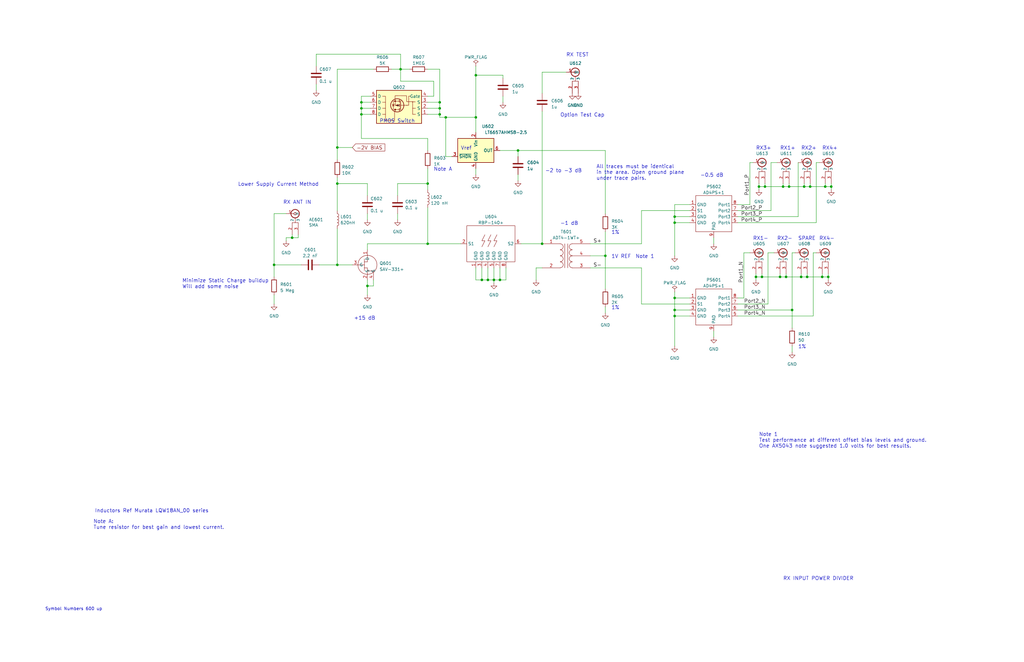
<source format=kicad_sch>
(kicad_sch (version 20230121) (generator eeschema)
  (paper "USLedger")
  (title_block (title "Radiation Tolerant PacSat Communication") (date "2023-06-17") (rev "A") (company "AMSAT-NA") (comment 1 "N5BRG"))
  (lib_symbols
    (symbol "Device:C" (pin_numbers hide) (pin_names (offset 0.254))
      (property "Reference" "C" (at 0.635 2.54 0))
      (property "Value" "C" (at 0.635 -2.54 0))
      (symbol "C_0_1"
        (polyline (pts (xy -2.032 -0.762) (xy 2.032 -0.762)) (stroke (width 0.508)))
        (polyline (pts (xy -2.032 0.762) (xy 2.032 0.762)) (stroke (width 0.508)))
      )
      (symbol "C_1_1"
        (pin passive line (at 0 3.81 270) (length 2.794) (name "~") (number "1"))
        (pin passive line (at 0 -3.81 90) (length 2.794) (name "~") (number "2"))
      )
    )
    (symbol "Device:L" (pin_numbers hide) (pin_names (offset 1.016) hide)
      (property "Reference" "L" (at -1.27 0 90))
      (property "Value" "L" (at 1.905 0 90))
      (symbol "L_0_1"
        (arc (start 0 -2.54) (mid 0.6323 -1.905) (end 0 -1.27))
        (arc (start 0 -1.27) (mid 0.6323 -0.635) (end 0 0))
        (arc (start 0 0) (mid 0.6323 0.635) (end 0 1.27))
        (arc (start 0 1.27) (mid 0.6323 1.905) (end 0 2.54))
      )
      (symbol "L_1_1"
        (pin passive line (at 0 3.81 270) (length 1.27) (name "1") (number "1"))
        (pin passive line (at 0 -3.81 90) (length 1.27) (name "2") (number "2"))
      )
    )
    (symbol "Device:R" (pin_numbers hide) (pin_names (offset 0))
      (property "Reference" "R" (at 2.032 0 90))
      (property "Value" "R" (at 0 0 90))
      (symbol "R_0_1"
        (rectangle (start -1.016 -2.54) (end 1.016 2.54) (stroke (width 0.254)))
      )
      (symbol "R_1_1"
        (pin passive line (at 0 3.81 270) (length 1.27) (name "~") (number "1"))
        (pin passive line (at 0 -3.81 90) (length 1.27) (name "~") (number "2"))
      )
    )
    (symbol "PACSAT_DEV_misc:TPS1100"
      (property "Reference" "Q?" (at 6.35 -8.89 0))
      (symbol "TPS1100_0_1"
        (rectangle (start -8.89 7.62) (end 10.16 -6.35) (stroke (width 0.254)) (fill (type background)))
        (polyline (pts (xy -2.54 0) (xy -3.4176 -0.012)))
        (polyline (pts (xy 0 0) (xy -2.794 0)))
        (polyline (pts (xy 0 1.905) (xy 0 -1.905)) (stroke (width 0.254)))
        (polyline (pts (xy 0.508 -1.27) (xy 0.508 -2.286)) (stroke (width 0.254)))
        (polyline (pts (xy 0.508 0.508) (xy 0.508 -0.508)) (stroke (width 0.254)))
        (polyline (pts (xy 0.508 2.286) (xy 0.508 1.27)) (stroke (width 0.254)))
        (polyline (pts (xy 2.286 2.54) (xy 2.286 1.778)))
        (polyline (pts (xy 6.35 -1.27) (xy 7.62 -1.27)))
        (polyline (pts (xy 6.35 1.27) (xy 7.62 1.27)))
        (polyline (pts (xy 6.35 3.81) (xy 7.62 3.81)))
        (polyline (pts (xy -5.08 -1.27) (xy -5.08 1.27) (xy -6.35 1.27)))
        (polyline (pts (xy -5.08 -1.27) (xy -5.0512 -1.5491) (xy -5.031 -1.448)))
        (polyline (pts (xy -5.08 1.27) (xy -5.08 3.81) (xy -6.35 3.81)))
        (polyline (pts (xy -4.9501 -1.4683) (xy -6.1836 -1.4683) (xy -6.1229 -1.3874)))
        (polyline (pts (xy -3.4162 -0.0461) (xy -3.4162 -3.8561) (xy -4.2419 -3.8037)))
        (polyline (pts (xy 2.286 -2.54) (xy 2.286 0) (xy 0.508 0)))
        (polyline (pts (xy 0.508 1.778) (xy 3.048 1.778) (xy 3.048 -1.778) (xy 0.508 -1.778)))
        (polyline (pts (xy 2.032 0) (xy 1.016 0.381) (xy 1.016 -0.381) (xy 2.032 0)) (fill (type outline)))
        (polyline (pts (xy 2.54 -0.508) (xy 2.667 -0.381) (xy 3.429 -0.381) (xy 3.556 -0.254)))
        (polyline (pts (xy 3.048 -0.381) (xy 2.667 0.254) (xy 3.429 0.254) (xy 3.048 -0.381)))
        (polyline (pts (xy 2.3285 -2.7575) (xy 2.3285 -4.0275) (xy -2.5549 -4.0212) (xy -2.5549 -1.5919) (xy -5.2915 -1.4875)))
        (polyline (pts (xy 2.54 2.54) (xy 2.54 6.35) (xy 6.35 6.35) (xy 6.35 -3.81) (xy 7.62 -3.81)))
        (circle (center 1.397 0) (radius 2.794) (stroke (width 0.254)))
        (circle (center 2.286 -1.778) (radius 0.254) (fill (type outline)))
        (circle (center 2.286 1.778) (radius 0.254) (fill (type outline)))
      )
      (symbol "TPS1100_1_1"
        (pin passive line (at -11.43 3.81 0) (length 2.54) (name "S") (number "1"))
        (pin passive line (at -11.43 1.27 0) (length 2.54) (name "S") (number "2"))
        (pin passive line (at -11.43 -1.27 0) (length 2.54) (name "S") (number "3"))
        (pin input line (at -11.43 -3.81 0) (length 2.54) (name "Gate") (number "4"))
        (pin passive line (at 12.7 -3.81 180) (length 2.54) (name "D") (number "5"))
        (pin passive line (at 12.7 -1.27 180) (length 2.54) (name "D") (number "6"))
        (pin passive line (at 12.7 1.27 180) (length 2.54) (name "D") (number "7"))
        (pin passive line (at 12.7 3.81 180) (length 2.54) (name "D") (number "8"))
      )
    )
    (symbol "PACSAT_DEV_misc:U_FL"
      (property "Reference" "U" (at -3.81 2.54 0))
      (symbol "U_FL_0_1"
        (polyline (pts (xy -1.27 -3.81) (xy 1.27 -3.81)))
        (polyline (pts (xy 0 -3.81) (xy 0 -1.778)))
        (circle (center 0 0) (radius 0.508) (stroke (width 0.2032)))
        (circle (center 0 0) (radius 1.778) (stroke (width 0.3048)))
      )
      (symbol "U_FL_1_1"
        (pin bidirectional line (at -3.81 0 0) (length 3.302) (name "In") (number "1"))
        (pin power_in line (at -1.27 -8.89 90) (length 5.08) (name "2") (number "2"))
        (pin power_in line (at 1.27 -8.89 90) (length 5.08) (name "3") (number "3"))
      )
    )
    (symbol "PACSAT_Minicircuits:AD4PS+1"
      (property "Reference" "PS602" (at 0 11.43 0))
      (property "Value" "AD4PS+1" (at 0 8.89 0))
      (symbol "AD4PS+1_0_1"
        (rectangle (start -7.62 7.62) (end 7.62 -7.62))
      )
      (symbol "AD4PS+1_1_1"
        (pin power_in line (at -10.16 3.81 0) (length 2.54) (name "GND") (number "1"))
        (pin input line (at -10.16 1.27 0) (length 2.54) (name "S1") (number "2"))
        (pin power_in line (at -10.16 -1.27 0) (length 2.54) (name "GND") (number "3"))
        (pin power_in line (at -10.16 -3.81 0) (length 2.54) (name "GND") (number "4"))
        (pin output line (at 10.16 -3.81 180) (length 2.54) (name "Port4") (number "5"))
        (pin output line (at 10.16 -1.27 180) (length 2.54) (name "Port3") (number "6"))
        (pin output line (at 10.16 1.27 180) (length 2.54) (name "Port2") (number "7"))
        (pin output line (at 10.16 3.81 180) (length 2.54) (name "Port1") (number "8"))
        (pin power_in line (at 0 -10.16 90) (length 2.54) (name "PAD") (number "9"))
      )
    )
    (symbol "PACSAT_Minicircuits:RBP-140+_1"
      (property "Reference" "U603" (at 10.16 5.08 0))
      (property "Value" "RBP-140+" (at 10.16 2.54 0))
      (symbol "RBP-140+_1_0_0"
        (polyline (pts (xy 6.35 -8.89) (xy 7.62 -6.35) (xy 6.35 -6.35) (xy 7.62 -3.81)))
        (polyline (pts (xy 8.89 -8.89) (xy 10.16 -6.35) (xy 8.89 -6.35) (xy 10.16 -3.81)))
        (polyline (pts (xy 11.43 -8.89) (xy 12.7 -6.35) (xy 11.43 -6.35) (xy 12.7 -3.81)))
      )
      (symbol "RBP-140+_1_0_1"
        (rectangle (start 0 0) (end 20.32 -15.24))
      )
      (symbol "RBP-140+_1_1_1"
        (pin power_in line (at 3.81 -17.78 90) (length 2.54) (name "GND") (number "1"))
        (pin input line (at -2.54 -7.62 0) (length 2.54) (name "S1") (number "2"))
        (pin power_in line (at 6.35 -17.78 90) (length 2.54) (name "GND") (number "3"))
        (pin power_in line (at 8.89 -17.78 90) (length 2.54) (name "GND") (number "4"))
        (pin power_in line (at 11.43 -17.78 90) (length 2.54) (name "GND") (number "5"))
        (pin output line (at 22.86 -7.62 180) (length 2.54) (name "S2") (number "6"))
        (pin power_in line (at 13.97 -17.78 90) (length 2.54) (name "GND") (number "7"))
        (pin power_in line (at 16.51 -17.78 90) (length 2.54) (name "GND") (number "8"))
      )
    )
    (symbol "PACSAT_Minicircuits:SAV-331+"
      (property "Reference" "U601" (at 5.08 0.635 0))
      (property "Value" "SAV-331+" (at 5.08 -1.905 0))
      (symbol "SAV-331+_0_1"
        (polyline (pts (xy -2.54 0) (xy -3.81 0)))
        (polyline (pts (xy -1.27 -1.27) (xy -1.27 -2.54)))
        (polyline (pts (xy -1.27 0) (xy -2.54 0)))
        (polyline (pts (xy -1.27 1.27) (xy -1.27 2.54)))
        (polyline (pts (xy 0 -2.54) (xy 0 -3.81)))
        (polyline (pts (xy 0 1.27) (xy 0 2.54)))
        (polyline (pts (xy 0 2.54) (xy 0 3.81)))
        (polyline (pts (xy -1.27 -1.27) (xy 0 -1.27) (xy 0 -2.54)))
        (polyline (pts (xy 0 -2.54) (xy 2.54 -2.54) (xy 2.54 -3.81)))
        (polyline (pts (xy -1.27 1.27) (xy -1.27 -1.27) (xy -1.27 1.27) (xy -1.27 0) (xy -1.27 1.27) (xy 0 1.27)))
        (circle (center 0 0) (radius 4.0161))
      )
      (symbol "SAV-331+_1_1"
        (pin input line (at 0 6.35 270) (length 2.54) (name "D") (number "1"))
        (pin input line (at 0 -6.35 90) (length 2.54) (name "S") (number "2"))
        (pin input line (at -6.35 0 0) (length 2.54) (name "G") (number "3"))
        (pin input line (at 2.54 -6.35 90) (length 2.54) (name "S") (number "4"))
      )
    )
    (symbol "PACSAT_Minicircuits:Transformer_1P_SS" (pin_names (offset 1.016) hide)
      (property "Reference" "T601" (at 0.0127 10.16 0))
      (property "Value" "ADT4-1WT" (at 0.0127 7.62 0))
      (symbol "Transformer_1P_SS_0_1"
        (arc (start -2.54 -5.0546) (mid -1.6599 -4.6901) (end -1.27 -3.81))
        (arc (start -2.54 -2.5146) (mid -1.6599 -2.1501) (end -1.27 -1.27))
        (arc (start -2.54 0.0254) (mid -1.6599 0.3899) (end -1.27 1.27))
        (arc (start -2.54 2.5654) (mid -1.6599 2.9299) (end -1.27 3.81))
        (arc (start -1.27 -3.81) (mid -1.642 -2.912) (end -2.54 -2.54))
        (arc (start -1.27 -1.27) (mid -1.642 -0.372) (end -2.54 0))
        (arc (start -1.27 1.27) (mid -1.642 2.168) (end -2.54 2.54))
        (arc (start -1.27 3.81) (mid -1.642 4.708) (end -2.54 5.08))
        (polyline (pts (xy -0.635 5.08) (xy -0.635 -5.08)))
        (polyline (pts (xy 0.635 -5.08) (xy 0.635 5.08)))
        (arc (start 1.2954 -1.27) (mid 1.6599 -2.1501) (end 2.54 -2.5146))
        (arc (start 1.2954 1.27) (mid 1.6599 0.3899) (end 2.54 0.0254))
        (arc (start 1.2954 3.81) (mid 1.6599 2.9299) (end 2.54 2.5654))
        (arc (start 1.3208 -3.81) (mid 1.6853 -4.6901) (end 2.5654 -5.0546))
        (arc (start 2.54 0) (mid 1.642 -0.372) (end 1.2954 -1.27))
        (arc (start 2.54 2.54) (mid 1.642 2.168) (end 1.2954 1.27))
        (arc (start 2.54 5.08) (mid 1.642 4.708) (end 1.2954 3.81))
        (arc (start 2.5654 -2.54) (mid 1.6674 -2.912) (end 1.3208 -3.81))
      )
      (symbol "Transformer_1P_SS_1_1"
        (pin passive line (at -10.16 5.08 0) (length 7.62) (name "AA") (number "1"))
        (pin passive line (at -10.16 -5.08 0) (length 7.62) (name "AB") (number "2"))
        (pin passive line (at 10.16 -5.08 180) (length 7.62) (name "SA") (number "3"))
        (pin passive line (at 10.16 0 180) (length 7.62) (name "SC") (number "4"))
        (pin passive line (at 10.16 5.08 180) (length 7.62) (name "SB") (number "5"))
        (pin no_connect line (at 0 -7.62 0) (length 2.54) hide (name "NC") (number "6"))
      )
    )
    (symbol "Reference_Voltage:LT6657AHMS8-2.5"
      (property "Reference" "U" (at -7.62 6.35 0))
      (property "Value" "LT6657AHMS8-2.5" (at 2.54 6.35 0))
      (symbol "LT6657AHMS8-2.5_0_1"
        (rectangle (start -7.62 5.08) (end 7.62 -5.08) (stroke (width 0.254)) (fill (type background)))
      )
      (symbol "LT6657AHMS8-2.5_1_1"
        (pin no_connect line (at 7.62 -2.54 180) (length 2.54) hide (name "DNC") (number "1"))
        (pin power_in line (at 0 7.62 270) (length 2.54) (name "Vin") (number "2"))
        (pin input line (at -10.16 -2.54 0) (length 2.54) (name "~{SHDN}") (number "3"))
        (pin power_in line (at 0 -7.62 90) (length 2.54) (name "GND") (number "4"))
        (pin no_connect line (at -7.62 0 0) (length 2.54) hide (name "DNC") (number "5"))
        (pin power_out line (at 10.16 0 180) (length 2.54) (name "OUT") (number "6"))
        (pin no_connect line (at -7.62 2.54 0) (length 2.54) hide (name "DNC") (number "7"))
        (pin no_connect line (at 7.62 2.54 180) (length 2.54) hide (name "DNC") (number "8"))
      )
    )
    (symbol "power:GND" (power) (pin_names (offset 0))
      (property "Value" "GND" (at 0 -3.81 0))
      (symbol "GND_0_1"
        (polyline (pts (xy 0 0) (xy 0 -1.27) (xy 1.27 -1.27) (xy 0 -2.54) (xy -1.27 -1.27) (xy 0 -1.27)))
      )
      (symbol "GND_1_1"
        (pin power_in line (at 0 0 270) (length 0) hide (name "GND") (number "1"))
      )
    )
    (symbol "power:PWR_FLAG" (power) (pin_numbers hide) (pin_names (offset 0) hide)
      (property "Value" "PWR_FLAG" (at 0 3.81 0))
      (symbol "PWR_FLAG_0_0"
        (pin power_out line (at 0 0 90) (length 0) (name "pwr") (number "1"))
      )
      (symbol "PWR_FLAG_0_1"
        (polyline (pts (xy 0 0) (xy 0 1.27) (xy -1.016 1.905) (xy 0 2.54) (xy 1.016 1.905) (xy 0 1.27)))
      )
    )
  )
  (junction (at 142.24 62.23))
  (junction (at 180.34 102.87))
  (junction (at 168.91 29.21))
  (junction (at 218.44 63.5))
  (junction (at 255.27 107.95))
  (junction (at 152.4 43.18))
  (junction (at 284.48 130.81))
  (junction (at 154.94 120.65))
  (junction (at 339.09 78.74))
  (junction (at 347.98 78.74))
  (junction (at 284.48 133.35))
  (junction (at 208.28 118.11))
  (junction (at 341.63 78.74))
  (junction (at 115.57 111.76))
  (junction (at 203.2 118.11))
  (junction (at 328.93 116.84))
  (junction (at 337.82 116.84))
  (junction (at 142.24 77.47))
  (junction (at 187.96 49.53))
  (junction (at 284.48 93.98))
  (junction (at 152.4 48.26))
  (junction (at 346.71 116.84))
  (junction (at 340.36 116.84))
  (junction (at 185.42 43.18))
  (junction (at 322.58 78.74))
  (junction (at 284.48 125.73))
  (junction (at 332.74 78.74))
  (junction (at 142.24 111.76))
  (junction (at 331.47 116.84))
  (junction (at 210.82 118.11))
  (junction (at 318.77 116.84))
  (junction (at 200.66 49.53))
  (junction (at 152.4 45.72))
  (junction (at 123.19 100.33))
  (junction (at 185.42 45.72))
  (junction (at 200.66 31.75))
  (junction (at 330.2 78.74))
  (junction (at 334.01 130.81))
  (junction (at 321.31 116.84))
  (junction (at 284.48 91.44))
  (junction (at 228.6 102.87))
  (junction (at 185.42 48.26))
  (junction (at 320.04 78.74))
  (junction (at 205.74 118.11))
  (junction (at 350.52 78.74))
  (junction (at 180.34 77.47))
  (junction (at 349.25 116.84))
  (wire (pts (xy 311.15 86.36) (xy 316.23 86.36)))
  (wire (pts (xy 168.91 34.29) (xy 168.91 29.21)))
  (wire (pts (xy 156.21 40.64) (xy 152.4 40.64)))
  (wire (pts (xy 270.51 102.87) (xy 270.51 88.9)))
  (wire (pts (xy 284.48 130.81) (xy 284.48 133.35)))
  (wire (pts (xy 344.17 68.58) (xy 344.17 93.98)))
  (wire (pts (xy 270.51 128.27) (xy 290.83 128.27)))
  (wire (pts (xy 316.23 68.58) (xy 316.23 86.36)))
  (wire (pts (xy 213.36 118.11) (xy 210.82 118.11)))
  (wire (pts (xy 218.44 73.66) (xy 218.44 76.2)))
  (wire (pts (xy 341.63 78.74) (xy 347.98 78.74)))
  (wire (pts (xy 200.66 71.12) (xy 200.66 73.66)))
  (wire (pts (xy 248.92 102.87) (xy 270.51 102.87)))
  (wire (pts (xy 318.77 115.57) (xy 318.77 116.84)))
  (wire (pts (xy 200.66 27.94) (xy 200.66 31.75)))
  (wire (pts (xy 284.48 93.98) (xy 284.48 107.95)))
  (wire (pts (xy 330.2 78.74) (xy 332.74 78.74)))
  (wire (pts (xy 180.34 43.18) (xy 185.42 43.18)))
  (wire (pts (xy 205.74 118.11) (xy 208.28 118.11)))
  (wire (pts (xy 340.36 116.84) (xy 346.71 116.84)))
  (wire (pts (xy 168.91 29.21) (xy 172.72 29.21)))
  (wire (pts (xy 185.42 45.72) (xy 185.42 43.18)))
  (wire (pts (xy 200.66 31.75) (xy 212.09 31.75)))
  (wire (pts (xy 115.57 90.17) (xy 115.57 111.76)))
  (wire (pts (xy 313.69 106.68) (xy 316.23 106.68)))
  (wire (pts (xy 255.27 63.5) (xy 255.27 90.17)))
  (wire (pts (xy 317.5 68.58) (xy 316.23 68.58)))
  (wire (pts (xy 284.48 133.35) (xy 290.83 133.35)))
  (wire (pts (xy 180.34 77.47) (xy 180.34 80.01)))
  (wire (pts (xy 168.91 34.29) (xy 182.88 34.29)))
  (wire (pts (xy 152.4 48.26) (xy 156.21 48.26)))
  (wire (pts (xy 120.65 100.33) (xy 120.65 101.6)))
  (wire (pts (xy 203.2 118.11) (xy 200.66 118.11)))
  (wire (pts (xy 180.34 48.26) (xy 185.42 48.26)))
  (wire (pts (xy 180.34 45.72) (xy 185.42 45.72)))
  (wire (pts (xy 300.99 139.7) (xy 300.99 142.24)))
  (wire (pts (xy 152.4 40.64) (xy 152.4 43.18)))
  (wire (pts (xy 115.57 111.76) (xy 127 111.76)))
  (wire (pts (xy 167.64 82.55) (xy 167.64 77.47)))
  (wire (pts (xy 341.63 77.47) (xy 341.63 78.74)))
  (wire (pts (xy 187.96 49.53) (xy 187.96 66.04)))
  (wire (pts (xy 182.88 40.64) (xy 182.88 34.29)))
  (wire (pts (xy 228.6 46.99) (xy 228.6 102.87)))
  (wire (pts (xy 142.24 77.47) (xy 154.94 77.47)))
  (wire (pts (xy 284.48 91.44) (xy 290.83 91.44)))
  (wire (pts (xy 290.83 86.36) (xy 284.48 86.36)))
  (wire (pts (xy 323.85 106.68) (xy 323.85 128.27)))
  (wire (pts (xy 311.15 125.73) (xy 313.69 125.73)))
  (wire (pts (xy 210.82 113.03) (xy 210.82 118.11)))
  (wire (pts (xy 208.28 113.03) (xy 208.28 118.11)))
  (wire (pts (xy 255.27 63.5) (xy 218.44 63.5)))
  (wire (pts (xy 167.64 77.47) (xy 180.34 77.47)))
  (wire (pts (xy 125.73 99.06) (xy 125.73 100.33)))
  (wire (pts (xy 255.27 97.79) (xy 255.27 107.95)))
  (wire (pts (xy 133.35 22.86) (xy 133.35 27.94)))
  (wire (pts (xy 142.24 62.23) (xy 142.24 67.31)))
  (wire (pts (xy 318.77 116.84) (xy 318.77 118.11)))
  (wire (pts (xy 142.24 29.21) (xy 142.24 62.23)))
  (wire (pts (xy 203.2 113.03) (xy 203.2 118.11)))
  (wire (pts (xy 350.52 78.74) (xy 350.52 77.47)))
  (wire (pts (xy 123.19 99.06) (xy 123.19 100.33)))
  (wire (pts (xy 320.04 78.74) (xy 320.04 80.01)))
  (wire (pts (xy 311.15 130.81) (xy 334.01 130.81)))
  (wire (pts (xy 311.15 133.35) (xy 342.9 133.35)))
  (wire (pts (xy 284.48 93.98) (xy 290.83 93.98)))
  (wire (pts (xy 226.06 113.03) (xy 228.6 113.03)))
  (wire (pts (xy 340.36 115.57) (xy 340.36 116.84)))
  (wire (pts (xy 142.24 77.47) (xy 142.24 88.9)))
  (wire (pts (xy 154.94 118.11) (xy 154.94 120.65)))
  (wire (pts (xy 200.66 55.88) (xy 200.66 49.53)))
  (wire (pts (xy 255.27 129.54) (xy 255.27 132.08)))
  (wire (pts (xy 142.24 77.47) (xy 142.24 74.93)))
  (wire (pts (xy 218.44 66.04) (xy 218.44 63.5)))
  (wire (pts (xy 154.94 102.87) (xy 154.94 105.41)))
  (wire (pts (xy 226.06 118.11) (xy 226.06 113.03)))
  (wire (pts (xy 142.24 96.52) (xy 142.24 111.76)))
  (wire (pts (xy 339.09 77.47) (xy 339.09 78.74)))
  (wire (pts (xy 325.12 68.58) (xy 325.12 88.9)))
  (wire (pts (xy 284.48 123.19) (xy 284.48 125.73)))
  (wire (pts (xy 311.15 88.9) (xy 325.12 88.9)))
  (wire (pts (xy 334.01 146.05) (xy 334.01 148.59)))
  (wire (pts (xy 168.91 22.86) (xy 168.91 29.21)))
  (wire (pts (xy 337.82 115.57) (xy 337.82 116.84)))
  (wire (pts (xy 157.48 118.11) (xy 157.48 120.65)))
  (wire (pts (xy 228.6 30.48) (xy 228.6 39.37)))
  (wire (pts (xy 190.5 66.04) (xy 187.96 66.04)))
  (wire (pts (xy 152.4 43.18) (xy 152.4 45.72)))
  (wire (pts (xy 290.83 125.73) (xy 284.48 125.73)))
  (wire (pts (xy 210.82 118.11) (xy 208.28 118.11)))
  (wire (pts (xy 347.98 77.47) (xy 347.98 78.74)))
  (wire (pts (xy 331.47 115.57) (xy 331.47 116.84)))
  (wire (pts (xy 120.65 100.33) (xy 123.19 100.33)))
  (wire (pts (xy 321.31 116.84) (xy 328.93 116.84)))
  (wire (pts (xy 322.58 77.47) (xy 322.58 78.74)))
  (wire (pts (xy 123.19 100.33) (xy 125.73 100.33)))
  (wire (pts (xy 345.44 68.58) (xy 344.17 68.58)))
  (wire (pts (xy 180.34 58.42) (xy 180.34 63.5)))
  (wire (pts (xy 180.34 87.63) (xy 180.34 102.87)))
  (wire (pts (xy 284.48 133.35) (xy 284.48 146.05)))
  (wire (pts (xy 212.09 40.64) (xy 212.09 43.18)))
  (wire (pts (xy 167.64 90.17) (xy 167.64 92.71)))
  (wire (pts (xy 313.69 106.68) (xy 313.69 125.73)))
  (wire (pts (xy 120.65 90.17) (xy 115.57 90.17)))
  (wire (pts (xy 134.62 111.76) (xy 142.24 111.76)))
  (wire (pts (xy 180.34 29.21) (xy 185.42 29.21)))
  (wire (pts (xy 228.6 30.48) (xy 238.76 30.48)))
  (wire (pts (xy 331.47 116.84) (xy 337.82 116.84)))
  (wire (pts (xy 328.93 116.84) (xy 331.47 116.84)))
  (wire (pts (xy 270.51 113.03) (xy 270.51 128.27)))
  (wire (pts (xy 154.94 120.65) (xy 157.48 120.65)))
  (wire (pts (xy 347.98 78.74) (xy 350.52 78.74)))
  (wire (pts (xy 284.48 130.81) (xy 290.83 130.81)))
  (wire (pts (xy 334.01 130.81) (xy 334.01 138.43)))
  (wire (pts (xy 270.51 88.9) (xy 290.83 88.9)))
  (wire (pts (xy 248.92 107.95) (xy 255.27 107.95)))
  (wire (pts (xy 334.01 130.81) (xy 334.01 106.68)))
  (wire (pts (xy 200.66 118.11) (xy 200.66 113.03)))
  (wire (pts (xy 349.25 116.84) (xy 349.25 118.11)))
  (wire (pts (xy 349.25 116.84) (xy 349.25 115.57)))
  (wire (pts (xy 185.42 48.26) (xy 185.42 49.53)))
  (wire (pts (xy 185.42 49.53) (xy 187.96 49.53)))
  (wire (pts (xy 335.28 106.68) (xy 334.01 106.68)))
  (wire (pts (xy 332.74 78.74) (xy 339.09 78.74)))
  (wire (pts (xy 154.94 102.87) (xy 180.34 102.87)))
  (wire (pts (xy 115.57 111.76) (xy 115.57 116.84)))
  (wire (pts (xy 152.4 58.42) (xy 180.34 58.42)))
  (wire (pts (xy 185.42 45.72) (xy 185.42 48.26)))
  (wire (pts (xy 336.55 91.44) (xy 336.55 68.58)))
  (wire (pts (xy 284.48 91.44) (xy 284.48 93.98)))
  (wire (pts (xy 142.24 62.23) (xy 148.59 62.23)))
  (wire (pts (xy 342.9 106.68) (xy 342.9 133.35)))
  (wire (pts (xy 203.2 118.11) (xy 205.74 118.11)))
  (wire (pts (xy 311.15 93.98) (xy 344.17 93.98)))
  (wire (pts (xy 344.17 106.68) (xy 342.9 106.68)))
  (wire (pts (xy 154.94 77.47) (xy 154.94 82.55)))
  (wire (pts (xy 208.28 118.11) (xy 208.28 119.38)))
  (wire (pts (xy 200.66 31.75) (xy 200.66 49.53)))
  (wire (pts (xy 346.71 115.57) (xy 346.71 116.84)))
  (wire (pts (xy 212.09 33.02) (xy 212.09 31.75)))
  (wire (pts (xy 337.82 116.84) (xy 340.36 116.84)))
  (wire (pts (xy 152.4 45.72) (xy 152.4 48.26)))
  (wire (pts (xy 219.71 102.87) (xy 228.6 102.87)))
  (wire (pts (xy 330.2 77.47) (xy 330.2 78.74)))
  (wire (pts (xy 300.99 100.33) (xy 300.99 102.87)))
  (wire (pts (xy 115.57 124.46) (xy 115.57 128.27)))
  (wire (pts (xy 154.94 90.17) (xy 154.94 92.71)))
  (wire (pts (xy 133.35 35.56) (xy 133.35 38.1)))
  (wire (pts (xy 311.15 128.27) (xy 323.85 128.27)))
  (wire (pts (xy 152.4 43.18) (xy 156.21 43.18)))
  (wire (pts (xy 133.35 22.86) (xy 168.91 22.86)))
  (wire (pts (xy 248.92 113.03) (xy 270.51 113.03)))
  (wire (pts (xy 213.36 113.03) (xy 213.36 118.11)))
  (wire (pts (xy 255.27 107.95) (xy 255.27 121.92)))
  (wire (pts (xy 332.74 77.47) (xy 332.74 78.74)))
  (wire (pts (xy 185.42 29.21) (xy 185.42 43.18)))
  (wire (pts (xy 180.34 102.87) (xy 194.31 102.87)))
  (wire (pts (xy 322.58 78.74) (xy 330.2 78.74)))
  (wire (pts (xy 210.82 63.5) (xy 218.44 63.5)))
  (wire (pts (xy 284.48 125.73) (xy 284.48 130.81)))
  (wire (pts (xy 154.94 120.65) (xy 154.94 124.46)))
  (wire (pts (xy 311.15 91.44) (xy 336.55 91.44)))
  (wire (pts (xy 320.04 78.74) (xy 322.58 78.74)))
  (wire (pts (xy 152.4 45.72) (xy 156.21 45.72)))
  (wire (pts (xy 320.04 77.47) (xy 320.04 78.74)))
  (wire (pts (xy 318.77 116.84) (xy 321.31 116.84)))
  (wire (pts (xy 321.31 115.57) (xy 321.31 116.84)))
  (wire (pts (xy 284.48 86.36) (xy 284.48 91.44)))
  (wire (pts (xy 142.24 111.76) (xy 148.59 111.76)))
  (wire (pts (xy 180.34 71.12) (xy 180.34 77.47)))
  (wire (pts (xy 327.66 68.58) (xy 325.12 68.58)))
  (wire (pts (xy 328.93 115.57) (xy 328.93 116.84)))
  (wire (pts (xy 346.71 116.84) (xy 349.25 116.84)))
  (wire (pts (xy 152.4 48.26) (xy 152.4 58.42)))
  (wire (pts (xy 180.34 40.64) (xy 182.88 40.64)))
  (wire (pts (xy 187.96 49.53) (xy 200.66 49.53)))
  (wire (pts (xy 205.74 113.03) (xy 205.74 118.11)))
  (wire (pts (xy 350.52 78.74) (xy 350.52 80.01)))
  (wire (pts (xy 142.24 29.21) (xy 157.48 29.21)))
  (wire (pts (xy 326.39 106.68) (xy 323.85 106.68)))
  (wire (pts (xy 339.09 78.74) (xy 341.63 78.74)))
  (wire (pts (xy 165.1 29.21) (xy 168.91 29.21)))
  (text "RX ANT IN" (at 119.38 86.36 0) (effects (font (size 1.524 1.524)) (justify left bottom)))
  (text "Vref" (at 194.31 63.5 0) (effects (font (size 1.524 1.524)) (justify left bottom)))
  (text "-0.5 dB" (at 295.275 74.93 0) (effects (font (size 1.524 1.524)) (justify left bottom)))
  (text "Note 1\nTest performance at different offset bias levels and ground.\nOne AX5043 note suggested 1.0 volts for best results." (at 320.04 189.23 0) (effects (font (size 1.524 1.524)) (justify left bottom)))
  (text "RX4-" (at 345.44 101.6 0) (effects (font (size 1.524 1.524)) (justify left bottom)))
  (text "Lower Supply Current Method" (at 100.33 78.74 0) (effects (font (size 1.524 1.524)) (justify left bottom)))
  (text "All traces must be identical\nin the area. Open ground plane \nunder trace pairs." (at 251.46 76.2 0) (effects (font (size 1.524 1.524)) (justify left bottom)))
  (text "RX3+" (at 318.77 63.5 0) (effects (font (size 1.524 1.524)) (justify left bottom)))
  (text "Note A" (at 182.88 72.39 0) (effects (font (size 1.524 1.524)) (justify left bottom)))
  (text "1%" (at 336.55 147.32 0) (effects (font (size 1.524 1.524)) (justify left bottom)))
  (text "1%" (at 257.81 130.81 0) (effects (font (size 1.524 1.524)) (justify left bottom)))
  (text "Note A:\nTune resistor for best gain and lowest current." (at 39.37 223.52 0) (effects (font (size 1.524 1.524)) (justify left bottom)))
  (text "Option Test Cap" (at 236.22 49.53 0) (effects (font (size 1.524 1.524)) (justify left bottom)))
  (text "PMOS Switch" (at 160.02 52.07 0) (effects (font (size 1.524 1.524)) (justify left bottom)))
  (text "RX2+" (at 337.82 63.5 0) (effects (font (size 1.524 1.524)) (justify left bottom)))
  (text "RX1+" (at 328.93 63.5 0) (effects (font (size 1.524 1.524)) (justify left bottom)))
  (text "SPARE" (at 336.55 101.6 0) (effects (font (size 1.524 1.524)) (justify left bottom)))
  (text "RX4+" (at 346.71 63.5 0) (effects (font (size 1.524 1.524)) (justify left bottom)))
  (text "RX1-" (at 317.5 101.6 0) (effects (font (size 1.524 1.524)) (justify left bottom)))
  (text "Minimize Static Charge buildup\nWill add some noise" (at 76.835 121.92 0) (effects (font (size 1.524 1.524)) (justify left bottom)))
  (text "-1 dB" (at 236.22 95.25 0) (effects (font (size 1.524 1.524)) (justify left bottom)))
  (text "RX INPUT POWER DIVIDER" (at 330.2 245.11 0) (effects (font (size 1.524 1.524)) (justify left bottom)))
  (text "+15 dB" (at 149.225 135.255 0) (effects (font (size 1.524 1.524)) (justify left bottom)))
  (text "RX2-" (at 327.66 101.6 0) (effects (font (size 1.524 1.524)) (justify left bottom)))
  (text "Note 1" (at 267.97 109.22 0) (effects (font (size 1.524 1.524)) (justify left bottom)))
  (text "-2 to -3 dB" (at 229.87 73.025 0) (effects (font (size 1.524 1.524)) (justify left bottom)))
  (text "1%" (at 257.81 99.06 0) (effects (font (size 1.524 1.524)) (justify left bottom)))
  (text "Symbol Numbers 600 up" (at 19.05 257.81 0) (effects (font (size 1.27 1.27)) (justify left bottom)))
  (text "RX TEST" (at 238.76 24.13 0) (effects (font (size 1.524 1.524)) (justify left bottom)))
  (text "1V REF" (at 257.81 109.22 0) (effects (font (size 1.524 1.524)) (justify left bottom)))
  (text "Inductors Ref Murata LQW18AN_00 series" (at 40.005 216.535 0) (effects (font (size 1.524 1.524)) (justify left bottom)))
  (label "S+" (at 250.19 102.87 0) (effects (font (size 1.524 1.524))))
  (label "S-" (at 250.19 113.03 0) (effects (font (size 1.524 1.524))))
  (label "Port2_N" (at 313.69 128.27 0) (effects (font (size 1.524 1.524))))
  (label "Port3_N" (at 313.69 130.81 0) (effects (font (size 1.524 1.524))))
  (label "Port1_N" (at 313.69 119.38 90) (effects (font (size 1.524 1.524))))
  (label "Port3_P" (at 312.42 91.44 0) (effects (font (size 1.524 1.524))))
  (label "Port2_P" (at 312.42 88.9 0) (effects (font (size 1.524 1.524))))
  (label "Port4_P" (at 312.42 93.98 0) (effects (font (size 1.524 1.524))))
  (label "Port1_P" (at 316.23 82.55 90) (effects (font (size 1.524 1.524))))
  (label "Port4_N" (at 313.69 133.35 0) (effects (font (size 1.524 1.524))))
  (global_label "-2V BIAS" (shape input) (at 148.59 62.23 0) (effects (font (size 1.524 1.524))) (property "Intersheetrefs" "${INTERSHEET_REFS}" (effects hide)))
  (symbol (lib_id "Device:R") (at 334.01 142.24 0) (unit 1)
    (property "Reference" "R610" (at 336.55 140.97 0) (effects (justify left)))
    (property "Value" "50" (at 336.55 143.51 0) (effects (justify left)))
    (property "Footprint" "Resistor_SMD:R_0603_1608Metric_Pad0.98x0.95mm_HandSolder" (effects hide))
  )
  (symbol (lib_id "power:GND") (at 133.35 38.1 0) (unit 1)
    (property "Reference" "#PWR0192" (effects hide))
    (property "Value" "GND" (at 133.35 43.18 0))
  )
  (symbol (lib_id "power:GND") (at 334.01 148.59 0) (unit 1)
    (property "Reference" "#PWR0621" (effects hide))
    (property "Value" "GND" (at 334.01 153.67 0))
  )
  (symbol (lib_id "power:GND") (at 120.65 101.6 0) (unit 1)
    (property "Reference" "#PWR0605" (effects hide))
    (property "Value" "GND" (at 120.65 106.68 0))
  )
  (symbol (lib_id "power:GND") (at 154.94 92.71 0) (unit 1)
    (property "Reference" "#PWR0603" (effects hide))
    (property "Value" "GND" (at 154.94 97.79 0))
  )
  (symbol (lib_id "Device:R") (at 161.29 29.21 90) (mirror x) (unit 1)
    (property "Reference" "R606" (at 161.29 24.13 90))
    (property "Value" "5K" (at 161.29 26.67 90))
    (property "Footprint" "Resistor_SMD:R_0603_1608Metric_Pad0.98x0.95mm_HandSolder" (effects hide))
  )
  (symbol (lib_id "power:GND") (at 320.04 80.01 0) (unit 1)
    (property "Reference" "#PWR0614" (effects hide))
    (property "Value" "GND" (at 320.04 85.09 0))
  )
  (symbol (lib_id "power:GND") (at 167.64 92.71 0) (unit 1)
    (property "Reference" "#PWR0604" (effects hide))
    (property "Value" "GND" (at 167.64 97.79 0))
  )
  (symbol (lib_id "Device:R") (at 176.53 29.21 90) (mirror x) (unit 1)
    (property "Reference" "R607" (at 176.53 24.13 90))
    (property "Value" "1MEG" (at 176.53 26.67 90))
    (property "Footprint" "Resistor_SMD:R_0603_1608Metric_Pad0.98x0.95mm_HandSolder" (effects hide))
  )
  (symbol (lib_id "power:GND") (at 300.99 102.87 0) (unit 1)
    (property "Reference" "#PWR0726" (effects hide))
    (property "Value" "GND" (at 300.99 107.95 0))
  )
  (symbol (lib_id "PACSAT_Minicircuits:AD4PS+1") (at 300.99 90.17 0) (unit 1)
    (property "Reference" "PS602" (at 300.99 78.74 0))
    (property "Value" "AD4PS+1" (at 300.99 81.28 0))
    (property "Footprint" "PacSatDev_MiniCircuits:CJ725" (effects hide))
  )
  (symbol (lib_id "Device:C") (at 228.6 43.18 0) (unit 1)
    (property "Reference" "C606" (at 232.41 42.545 0) (effects (justify left)))
    (property "Value" "1u" (at 232.41 45.085 0) (effects (justify left)))
    (property "Footprint" "Capacitor_SMD:C_0603_1608Metric_Pad1.08x0.95mm_HandSolder" (effects hide))
  )
  (symbol (lib_id "PACSAT_DEV_misc:U_FL") (at 340.36 68.58 0) (unit 1)
    (property "Reference" "U606" (at 337.82 64.77 0) (effects (justify left)))
    (property "Value" "~" (at 340.36 68.58 0))
    (property "Footprint" "PacSatDev_misc:U_FL" (effects hide))
  )
  (symbol (lib_id "power:GND") (at 212.09 43.18 0) (unit 1)
    (property "Reference" "#PWR0191" (effects hide))
    (property "Value" "GND" (at 212.09 48.26 0))
  )
  (symbol (lib_id "power:GND") (at 115.57 128.27 0) (unit 1)
    (property "Reference" "#PWR0601" (effects hide))
    (property "Value" "GND" (at 115.57 133.35 0))
  )
  (symbol (lib_id "PACSAT_DEV_misc:U_FL") (at 124.46 90.17 0) (unit 1)
    (property "Reference" "AE601" (at 130.2258 92.6846 0) (effects (justify left)))
    (property "Value" "SMA" (at 130.2258 94.996 0) (effects (justify left)))
    (property "Footprint" "PacSatDev_misc:U_FL" (effects hide))
  )
  (symbol (lib_id "Reference_Voltage:LT6657AHMS8-2.5") (at 200.66 63.5 0) (unit 1)
    (property "Reference" "U602" (at 205.74 53.34 0))
    (property "Value" "LT6657AHMS8-2.5" (at 213.36 55.88 0))
    (property "Footprint" "Package_SO:MSOP-8_3x3mm_P0.65mm" (effects hide))
    (property "Datasheet" "https://www.analog.com/media/en/technical-documentation/data-sheets/6657fd.pdf" (effects hide))
  )
  (symbol (lib_id "power:GND") (at 241.3 39.37 0) (unit 1)
    (property "Reference" "#PWR0729" (effects hide))
    (property "Value" "GND" (at 241.3 44.45 0))
  )
  (symbol (lib_id "PACSAT_Minicircuits:Transformer_1P_SS") (at 238.76 107.95 0) (unit 1)
    (property "Reference" "T601" (at 238.7727 97.79 0))
    (property "Value" "ADT4-1WT+" (at 238.7727 100.33 0))
    (property "Footprint" "RF_Mini-Circuits:Mini-Circuits_CD542_H2.84mm" (effects hide))
  )
  (symbol (lib_id "PACSAT_Minicircuits:SAV-331+") (at 154.94 111.76 0) (unit 1)
    (property "Reference" "Q601" (at 160.02 111.125 0) (effects (justify left)))
    (property "Value" "SAV-331+" (at 160.02 113.665 0) (effects (justify left)))
    (property "Footprint" "PacSatDev_misc:TB-471" (effects hide))
  )
  (symbol (lib_id "power:GND") (at 208.28 119.38 0) (unit 1)
    (property "Reference" "#PWR0607" (effects hide))
    (property "Value" "GND" (at 208.28 124.46 0))
  )
  (symbol (lib_id "PACSAT_DEV_misc:U_FL") (at 330.2 106.68 0) (unit 1)
    (property "Reference" "U607" (at 327.66 102.87 0) (effects (justify left)))
    (property "Value" "~" (at 330.2 106.68 0))
    (property "Footprint" "PacSatDev_misc:U_FL" (effects hide))
  )
  (symbol (lib_id "Device:C") (at 133.35 31.75 0) (unit 1)
    (property "Reference" "C607" (at 134.62 29.21 0) (effects (justify left)))
    (property "Value" "0.1 u" (at 134.62 34.29 0) (effects (justify left)))
    (property "Footprint" "Capacitor_SMD:C_0603_1608Metric_Pad1.08x0.95mm_HandSolder" (effects hide))
  )
  (symbol (lib_id "Device:L") (at 142.24 92.71 0) (unit 1)
    (property "Reference" "L601" (at 143.51 91.44 0) (effects (justify left)))
    (property "Value" "620nH" (at 143.51 93.98 0) (effects (justify left)))
    (property "Footprint" "PacSatDev_misc:L_Murata_LQH2MCNxxxx02_2.0x1.6mm" (effects hide))
  )
  (symbol (lib_id "power:GND") (at 255.27 132.08 0) (unit 1)
    (property "Reference" "#PWR0610" (effects hide))
    (property "Value" "GND" (at 255.27 137.16 0))
  )
  (symbol (lib_id "power:GND") (at 349.25 118.11 0) (unit 1)
    (property "Reference" "#PWR0615" (effects hide))
    (property "Value" "GND" (at 349.25 123.19 0))
  )
  (symbol (lib_id "Device:R") (at 115.57 120.65 0) (unit 1)
    (property "Reference" "R601" (at 118.11 120.015 0) (effects (justify left)))
    (property "Value" "5 Meg" (at 118.11 122.555 0) (effects (justify left)))
    (property "Footprint" "Resistor_SMD:R_0603_1608Metric_Pad0.98x0.95mm_HandSolder" (effects hide))
  )
  (symbol (lib_id "Device:R") (at 255.27 93.98 0) (unit 1)
    (property "Reference" "R604" (at 257.81 93.345 0) (effects (justify left)))
    (property "Value" "3K" (at 257.81 95.885 0) (effects (justify left)))
    (property "Footprint" "Resistor_SMD:R_0603_1608Metric_Pad0.98x0.95mm_HandSolder" (effects hide))
  )
  (symbol (lib_id "PACSAT_Minicircuits:AD4PS+1") (at 300.99 129.54 0) (unit 1)
    (property "Reference" "PS601" (at 300.99 118.11 0))
    (property "Value" "AD4PS+1" (at 300.99 120.65 0))
    (property "Footprint" "PacSatDev_MiniCircuits:CJ725" (effects hide))
  )
  (symbol (lib_id "power:GND") (at 284.48 146.05 0) (unit 1)
    (property "Reference" "#PWR0612" (effects hide))
    (property "Value" "GND" (at 284.48 151.13 0))
  )
  (symbol (lib_id "PACSAT_DEV_misc:U_FL") (at 242.57 30.48 0) (unit 1)
    (property "Reference" "U612" (at 240.03 26.67 0) (effects (justify left)))
    (property "Value" "~" (at 242.57 30.48 0))
    (property "Footprint" "PacSatDev_misc:U_FL" (effects hide))
  )
  (symbol (lib_id "PACSAT_DEV_misc:U_FL") (at 347.98 106.68 0) (unit 1)
    (property "Reference" "U609" (at 345.44 102.87 0) (effects (justify left)))
    (property "Value" "~" (at 347.98 106.68 0))
    (property "Footprint" "PacSatDev_misc:U_FL" (effects hide))
  )
  (symbol (lib_id "Device:L") (at 180.34 83.82 0) (unit 1)
    (property "Reference" "L602" (at 181.61 83.185 0) (effects (justify left)))
    (property "Value" "120 nH" (at 181.61 85.725 0) (effects (justify left)))
    (property "Footprint" "PacSatDev_misc:L_Murata_LQH2MCNxxxx02_2.0x1.6mm" (effects hide))
  )
  (symbol (lib_id "Device:C") (at 218.44 69.85 0) (unit 1)
    (property "Reference" "C604" (at 222.25 68.5799 0) (effects (justify left)))
    (property "Value" "1u" (at 222.25 71.1199 0) (effects (justify left)))
    (property "Footprint" "Capacitor_SMD:C_0603_1608Metric_Pad1.08x0.95mm_HandSolder" (effects hide))
  )
  (symbol (lib_id "power:GND") (at 300.99 142.24 0) (unit 1)
    (property "Reference" "#PWR0727" (effects hide))
    (property "Value" "GND" (at 300.99 147.32 0))
  )
  (symbol (lib_id "PACSAT_DEV_misc:TPS1100") (at 168.91 44.45 180) (unit 1)
    (property "Reference" "Q602" (at 168.275 36.83 0))
    (property "Value" "~" (at 167.894 44.45 0))
    (property "Footprint" "Package_SO:SO-8_3.9x4.9mm_P1.27mm" (effects hide))
  )
  (symbol (lib_id "PACSAT_DEV_misc:U_FL") (at 320.04 106.68 0) (unit 1)
    (property "Reference" "U605" (at 317.5 102.87 0) (effects (justify left)))
    (property "Value" "~" (at 320.04 106.68 0))
    (property "Footprint" "PacSatDev_misc:U_FL" (effects hide))
  )
  (symbol (lib_id "PACSAT_DEV_misc:U_FL") (at 321.31 68.58 0) (unit 1)
    (property "Reference" "U613" (at 318.77 64.77 0) (effects (justify left)))
    (property "Value" "~" (at 321.31 68.58 0))
    (property "Footprint" "PacSatDev_misc:U_FL" (effects hide))
  )
  (symbol (lib_id "power:GND") (at 226.06 118.11 0) (unit 1)
    (property "Reference" "#PWR0609" (effects hide))
    (property "Value" "GND" (at 226.06 123.19 0))
  )
  (symbol (lib_id "Device:C") (at 167.64 86.36 0) (unit 1)
    (property "Reference" "C603" (at 170.815 85.0899 0) (effects (justify left)))
    (property "Value" "0.1 u" (at 170.815 87.6299 0) (effects (justify left)))
    (property "Footprint" "Capacitor_SMD:C_0603_1608Metric_Pad1.08x0.95mm_HandSolder" (effects hide))
  )
  (symbol (lib_id "PACSAT_DEV_misc:U_FL") (at 339.09 106.68 0) (unit 1)
    (property "Reference" "U608" (at 336.55 102.87 0) (effects (justify left)))
    (property "Value" "~" (at 339.09 106.68 0))
    (property "Footprint" "PacSatDev_misc:U_FL" (effects hide))
  )
  (symbol (lib_id "PACSAT_DEV_misc:U_FL") (at 331.47 68.58 0) (unit 1)
    (property "Reference" "U611" (at 328.93 64.77 0) (effects (justify left)))
    (property "Value" "~" (at 331.47 68.58 0))
    (property "Footprint" "PacSatDev_misc:U_FL" (effects hide))
  )
  (symbol (lib_id "power:GND") (at 218.44 76.2 0) (unit 1)
    (property "Reference" "#PWR0608" (effects hide))
    (property "Value" "GND" (at 218.44 81.28 0))
  )
  (symbol (lib_id "PACSAT_Minicircuits:RBP-140+_1") (at 196.85 95.25 0) (unit 1)
    (property "Reference" "U604" (at 207.01 91.44 0))
    (property "Value" "RBP-140+" (at 207.01 93.98 0))
    (property "Footprint" "RF_Mini-Circuits:Mini-Circuits_GP731" (effects hide))
  )
  (symbol (lib_id "power:GND") (at 350.52 80.01 0) (unit 1)
    (property "Reference" "#PWR0616" (effects hide))
    (property "Value" "GND" (at 350.52 85.09 0))
  )
  (symbol (lib_id "power:GND") (at 200.66 73.66 0) (unit 1)
    (property "Reference" "#PWR0606" (effects hide))
    (property "Value" "GND" (at 200.66 78.74 0))
  )
  (symbol (lib_id "power:GND") (at 243.84 39.37 0) (unit 1)
    (property "Reference" "#PWR0734" (effects hide))
    (property "Value" "GND" (at 243.84 44.45 0))
  )
  (symbol (lib_id "Device:R") (at 142.24 71.12 0) (unit 1)
    (property "Reference" "R602" (at 144.145 70.485 0) (effects (justify left)))
    (property "Value" "10K" (at 144.145 73.025 0) (effects (justify left)))
    (property "Footprint" "Resistor_SMD:R_0603_1608Metric_Pad0.98x0.95mm_HandSolder" (effects hide))
  )
  (symbol (lib_id "power:GND") (at 154.94 124.46 0) (unit 1)
    (property "Reference" "#PWR0602" (effects hide))
    (property "Value" "GND" (at 154.94 129.54 0))
  )
  (symbol (lib_id "Device:C") (at 154.94 86.36 0) (unit 1)
    (property "Reference" "C602" (at 156.21 83.82 0) (effects (justify left)))
    (property "Value" "0.1 u" (at 156.21 88.9 0) (effects (justify left)))
    (property "Footprint" "Capacitor_SMD:C_0603_1608Metric_Pad1.08x0.95mm_HandSolder" (effects hide))
  )
  (symbol (lib_id "Device:C") (at 212.09 36.83 0) (unit 1)
    (property "Reference" "C605" (at 215.9 36.195 0) (effects (justify left)))
    (property "Value" "1u" (at 215.9 38.735 0) (effects (justify left)))
    (property "Footprint" "Capacitor_SMD:C_0603_1608Metric_Pad1.08x0.95mm_HandSolder" (effects hide))
  )
  (symbol (lib_id "power:GND") (at 284.48 107.95 0) (unit 1)
    (property "Reference" "#PWR0611" (effects hide))
    (property "Value" "GND" (at 284.48 113.03 0))
  )
  (symbol (lib_id "power:PWR_FLAG") (at 284.48 123.19 0) (unit 1)
    (property "Reference" "#FLG0603" (effects hide))
    (property "Value" "PWR_FLAG" (at 284.48 119.38 0))
  )
  (symbol (lib_id "Device:R") (at 255.27 125.73 0) (unit 1)
    (property "Reference" "R605" (at 257.81 125.095 0) (effects (justify left)))
    (property "Value" "2K" (at 257.81 127.635 0) (effects (justify left)))
    (property "Footprint" "Resistor_SMD:R_0603_1608Metric_Pad0.98x0.95mm_HandSolder" (effects hide))
  )
  (symbol (lib_id "Device:C") (at 130.81 111.76 90) (unit 1)
    (property "Reference" "C601" (at 130.81 105.41 90))
    (property "Value" "2.2 nF" (at 130.81 107.95 90))
    (property "Footprint" "Capacitor_SMD:C_0603_1608Metric_Pad1.08x0.95mm_HandSolder" (effects hide))
  )
  (symbol (lib_id "Device:R") (at 180.34 67.31 0) (unit 1)
    (property "Reference" "R603" (at 182.88 66.675 0) (effects (justify left)))
    (property "Value" "1K" (at 182.88 69.215 0) (effects (justify left)))
    (property "Footprint" "Resistor_SMD:R_0603_1608Metric_Pad0.98x0.95mm_HandSolder" (effects hide))
  )
  (symbol (lib_id "power:PWR_FLAG") (at 200.66 27.94 0) (unit 1)
    (property "Reference" "#FLG0601" (effects hide))
    (property "Value" "PWR_FLAG" (at 200.66 24.13 0))
  )
  (symbol (lib_id "power:GND") (at 318.77 118.11 0) (unit 1)
    (property "Reference" "#PWR0613" (effects hide))
    (property "Value" "GND" (at 318.77 123.19 0))
  )
  (symbol (lib_id "PACSAT_DEV_misc:U_FL") (at 349.25 68.58 0) (unit 1)
    (property "Reference" "U610" (at 346.71 64.77 0) (effects (justify left)))
    (property "Value" "~" (at 349.25 68.58 0))
    (property "Footprint" "PacSatDev_misc:U_FL" (effects hide))
  )
)
</source>
